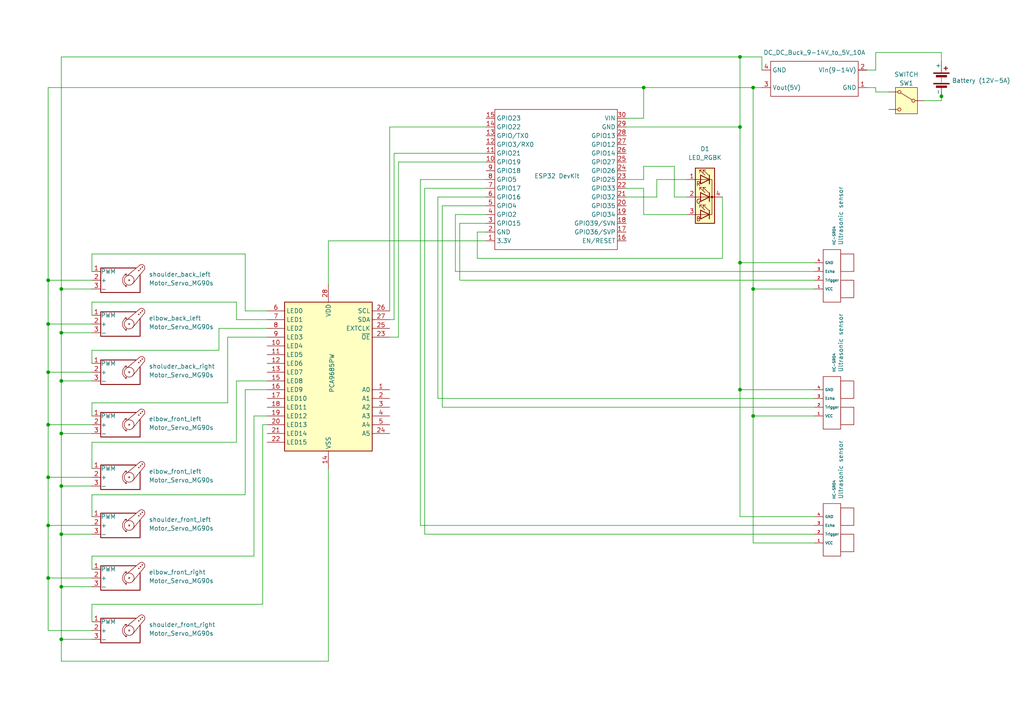
<source format=kicad_sch>
(kicad_sch (version 20250114) (generator "eeschema") (generator_version "9.0")
  (paper "A4")
  (lib_symbols
    (symbol "Device:Battery" (pin_numbers (hide yes)) (pin_names (offset 0))
      (property "Reference" "BT" (at 2.54 2.54 0))
      (property "Value" "Battery" (at 2.54 0 0))
      (symbol "Battery_0_1"
        (rectangle (start -2.286 1.778) (end 2.286 1.524) (fill (type outline)))
        (rectangle (start -2.286 -1.27) (end 2.286 -1.524) (fill (type outline)))
        (rectangle (start -1.524 1.016) (end 1.524 0.508) (fill (type outline)))
        (rectangle (start -1.524 -2.032) (end 1.524 -2.54) (fill (type outline)))
        (polyline (pts (xy 0 1.778) (xy 0 2.54)))
        (polyline (pts (xy 0 0) (xy 0 0.254)))
        (polyline (pts (xy 0 -0.508) (xy 0 -0.254)))
        (polyline (pts (xy 0 -1.016) (xy 0 -0.762)))
        (polyline (pts (xy 0.762 3.048) (xy 1.778 3.048)) (stroke (width 0.254)))
        (polyline (pts (xy 1.27 3.556) (xy 1.27 2.54)) (stroke (width 0.254)))
      )
      (symbol "Battery_1_1"
        (pin passive line (at 0 5.08 270) (length 2.54) (name "+") (number "1"))
        (pin passive line (at 0 -5.08 90) (length 2.54) (name "-") (number "2"))
      )
    )
    (symbol "Device:LED_RGBK" (pin_names (offset 0) (hide yes))
      (property "Reference" "D" (at 0 9.398 0))
      (property "Value" "LED_RGBK" (at 0 -8.89 0))
      (symbol "LED_RGBK_0_0"
        (text "R" (at 1.905 3.81 0) (effects (font (size 1.27 1.27))))
        (text "G" (at 1.905 -1.27 0) (effects (font (size 1.27 1.27))))
        (text "B" (at 1.905 -6.35 0) (effects (font (size 1.27 1.27))))
      )
      (symbol "LED_RGBK_0_1"
        (circle (center -2.032 0) (radius 0.254) (fill (type outline)))
        (polyline (pts (xy -1.27 6.35) (xy -1.27 3.81)) (stroke (width 0.254)))
        (polyline (pts (xy -1.27 6.35) (xy -1.27 3.81) (xy -1.27 3.81)))
        (polyline (pts (xy -1.27 5.08) (xy 1.27 5.08)))
        (polyline (pts (xy -1.27 5.08) (xy -2.032 5.08) (xy -2.032 -5.08) (xy -1.016 -5.08)))
        (polyline (pts (xy -1.27 1.27) (xy -1.27 -1.27)) (stroke (width 0.254)))
        (polyline (pts (xy -1.27 1.27) (xy -1.27 -1.27) (xy -1.27 -1.27)))
        (polyline (pts (xy -1.27 0) (xy -2.54 0)))
        (polyline (pts (xy -1.27 -3.81) (xy -1.27 -6.35)) (stroke (width 0.254)))
        (polyline (pts (xy -1.27 -5.08) (xy 1.27 -5.08)))
        (polyline (pts (xy -1.016 6.35) (xy 0.508 7.874) (xy -0.254 7.874) (xy 0.508 7.874) (xy 0.508 7.112)))
        (polyline (pts (xy -1.016 1.27) (xy 0.508 2.794) (xy -0.254 2.794) (xy 0.508 2.794) (xy 0.508 2.032)))
        (polyline (pts (xy -1.016 -3.81) (xy 0.508 -2.286) (xy -0.254 -2.286) (xy 0.508 -2.286) (xy 0.508 -3.048)))
        (polyline (pts (xy 0 6.35) (xy 1.524 7.874) (xy 0.762 7.874) (xy 1.524 7.874) (xy 1.524 7.112)))
        (polyline (pts (xy 0 1.27) (xy 1.524 2.794) (xy 0.762 2.794) (xy 1.524 2.794) (xy 1.524 2.032)))
        (polyline (pts (xy 0 -3.81) (xy 1.524 -2.286) (xy 0.762 -2.286) (xy 1.524 -2.286) (xy 1.524 -3.048)))
        (polyline (pts (xy 1.27 6.35) (xy 1.27 3.81) (xy -1.27 5.08) (xy 1.27 6.35)) (stroke (width 0.254)))
        (rectangle (start 1.27 6.35) (end 1.27 6.35))
        (polyline (pts (xy 1.27 5.08) (xy 2.54 5.08)))
        (rectangle (start 1.27 3.81) (end 1.27 6.35))
        (polyline (pts (xy 1.27 1.27) (xy 1.27 -1.27) (xy -1.27 0) (xy 1.27 1.27)) (stroke (width 0.254)))
        (rectangle (start 1.27 1.27) (end 1.27 1.27))
        (polyline (pts (xy 1.27 0) (xy -1.27 0)))
        (polyline (pts (xy 1.27 0) (xy 2.54 0)))
        (rectangle (start 1.27 -1.27) (end 1.27 1.27))
        (polyline (pts (xy 1.27 -3.81) (xy 1.27 -6.35) (xy -1.27 -5.08) (xy 1.27 -3.81)) (stroke (width 0.254)))
        (polyline (pts (xy 1.27 -5.08) (xy 2.54 -5.08)))
        (rectangle (start 2.794 8.382) (end -2.794 -7.62) (stroke (width 0.254)) (fill (type background)))
      )
      (symbol "LED_RGBK_1_1"
        (pin passive line (at -5.08 0 0) (length 2.54) (name "K") (number "4"))
        (pin passive line (at 5.08 5.08 180) (length 2.54) (name "RA") (number "1"))
        (pin passive line (at 5.08 0 180) (length 2.54) (name "GA") (number "2"))
        (pin passive line (at 5.08 -5.08 180) (length 2.54) (name "BA") (number "3"))
      )
    )
    (symbol "Driver_LED:PCA9685PW"
      (property "Reference" "U" (at -12.7 22.225 0))
      (property "Value" "PCA9685PW" (at 1.27 22.225 0))
      (symbol "PCA9685PW_0_1"
        (rectangle (start -12.7 20.32) (end 12.7 -22.86) (stroke (width 0.254)) (fill (type background)))
      )
      (symbol "PCA9685PW_1_1"
        (pin input line (at -17.78 17.78 0) (length 5.08) (name "SCL") (number "26"))
        (pin bidirectional line (at -17.78 15.24 0) (length 5.08) (name "SDA") (number "27"))
        (pin input line (at -17.78 12.7 0) (length 5.08) (name "EXTCLK") (number "25"))
        (pin input line (at -17.78 10.16 0) (length 5.08) (name "~{OE}") (number "23"))
        (pin input line (at -17.78 -5.08 0) (length 5.08) (name "A0") (number "1"))
        (pin input line (at -17.78 -7.62 0) (length 5.08) (name "A1") (number "2"))
        (pin input line (at -17.78 -10.16 0) (length 5.08) (name "A2") (number "3"))
        (pin input line (at -17.78 -12.7 0) (length 5.08) (name "A3") (number "4"))
        (pin input line (at -17.78 -15.24 0) (length 5.08) (name "A4") (number "5"))
        (pin input line (at -17.78 -17.78 0) (length 5.08) (name "A5") (number "24"))
        (pin power_in line (at 0 25.4 270) (length 5.08) (name "VDD") (number "28"))
        (pin power_in line (at 0 -27.94 90) (length 5.08) (name "VSS") (number "14"))
        (pin output line (at 17.78 17.78 180) (length 5.08) (name "LED0") (number "6"))
        (pin output line (at 17.78 15.24 180) (length 5.08) (name "LED1") (number "7"))
        (pin output line (at 17.78 12.7 180) (length 5.08) (name "LED2") (number "8"))
        (pin output line (at 17.78 10.16 180) (length 5.08) (name "LED3") (number "9"))
        (pin output line (at 17.78 7.62 180) (length 5.08) (name "LED4") (number "10"))
        (pin output line (at 17.78 5.08 180) (length 5.08) (name "LED5") (number "11"))
        (pin output line (at 17.78 2.54 180) (length 5.08) (name "LED6") (number "12"))
        (pin output line (at 17.78 0 180) (length 5.08) (name "LED7") (number "13"))
        (pin output line (at 17.78 -2.54 180) (length 5.08) (name "LED8") (number "15"))
        (pin output line (at 17.78 -5.08 180) (length 5.08) (name "LED9") (number "16"))
        (pin output line (at 17.78 -7.62 180) (length 5.08) (name "LED10") (number "17"))
        (pin output line (at 17.78 -10.16 180) (length 5.08) (name "LED11") (number "18"))
        (pin output line (at 17.78 -12.7 180) (length 5.08) (name "LED12") (number "19"))
        (pin output line (at 17.78 -15.24 180) (length 5.08) (name "LED13") (number "20"))
        (pin output line (at 17.78 -17.78 180) (length 5.08) (name "LED14") (number "21"))
        (pin output line (at 17.78 -20.32 180) (length 5.08) (name "LED15") (number "22"))
      )
    )
    (symbol "Motor:Motor_Servo" (pin_names (offset 0.0254))
      (property "Reference" "M" (at -5.08 4.445 0))
      (property "Value" "Motor_Servo" (at -5.08 -4.064 0))
      (symbol "Motor_Servo_0_1"
        (polyline (pts (xy 2.413 1.778) (xy 1.905 1.778)))
        (polyline (pts (xy 2.413 1.778) (xy 2.286 1.397)))
        (polyline (pts (xy 2.413 -1.778) (xy 2.032 -1.778)))
        (polyline (pts (xy 2.413 -1.778) (xy 2.286 -1.397)))
        (arc (start 2.413 -1.778) (mid 1.2406 0) (end 2.413 1.778))
        (circle (center 3.175 0) (radius 0.1778))
        (circle (center 3.175 0) (radius 1.4224))
        (polyline (pts (xy 5.08 3.556) (xy -5.08 3.556) (xy -5.08 -3.556) (xy 6.35 -3.556) (xy 6.35 1.524)) (stroke (width 0.254)))
        (circle (center 5.969 2.794) (radius 0.127))
        (polyline (pts (xy 6.35 4.445) (xy 2.54 1.27)))
        (circle (center 6.477 3.302) (radius 0.127))
        (arc (start 6.35 4.445) (mid 7.4487 4.2737) (end 7.62 3.175))
        (circle (center 6.985 3.81) (radius 0.127))
        (polyline (pts (xy 7.62 3.175) (xy 4.191 -1.016)))
      )
      (symbol "Motor_Servo_1_1"
        (pin passive line (at -7.62 2.54 0) (length 2.54) (name "PWM") (number "1"))
        (pin passive line (at -7.62 0 0) (length 2.54) (name "+") (number "2"))
        (pin passive line (at -7.62 -2.54 0) (length 2.54) (name "-") (number "3"))
      )
    )
    (symbol "Switch:SW_Nidec_CAS-120A1" (pin_numbers (hide yes)) (pin_names (offset 1) (hide yes))
      (property "Reference" "SW" (at 0 4.318 0))
      (property "Value" "SW_Nidec_CAS-120A1" (at 0 -5.08 0))
      (symbol "SW_Nidec_CAS-120A1_0_1"
        (circle (center -2.032 0) (radius 0.4572))
        (polyline (pts (xy -1.651 0.254) (xy 1.651 2.286)))
        (circle (center 2.032 2.54) (radius 0.4572))
        (circle (center 2.032 -2.54) (radius 0.4572))
      )
      (symbol "SW_Nidec_CAS-120A1_1_1"
        (rectangle (start -3.175 3.81) (end 3.175 -3.81) (fill (type background)))
        (pin passive line (at -5.08 0 0) (length 2.54) (name "B") (number "2"))
        (pin passive line (at 5.08 2.54 180) (length 2.54) (name "A") (number "3"))
        (pin passive line (at 5.08 -2.54 180) (length 2.54) (name "C") (number "1"))
      )
    )
    (symbol "esp32_devkit:ESP32S-WROOM"
      (symbol "ESP32S-WROOM_0_1"
        (rectangle (start -16.51 19.05) (end 19.05 -21.59))
      )
      (symbol "ESP32S-WROOM_1_1"
        (pin power_in line (at -19.05 16.51 0) (length 2.54) (name "VIN") (number "30"))
        (pin bidirectional line (at -19.05 13.97 0) (length 2.54) (name "GND") (number "29"))
        (pin bidirectional line (at -19.05 11.43 0) (length 2.54) (name "GPIO13") (number "28"))
        (pin bidirectional line (at -19.05 8.89 0) (length 2.54) (name "GPIO12") (number "27"))
        (pin bidirectional line (at -19.05 6.35 0) (length 2.54) (name "GPIO14") (number "26"))
        (pin bidirectional line (at -19.05 3.81 0) (length 2.54) (name "GPIO27") (number "25"))
        (pin bidirectional line (at -19.05 1.27 0) (length 2.54) (name "GPIO26") (number "24"))
        (pin bidirectional line (at -19.05 -1.27 0) (length 2.54) (name "GPIO25") (number "23"))
        (pin bidirectional line (at -19.05 -3.81 0) (length 2.54) (name "GPIO33") (number "22"))
        (pin bidirectional line (at -19.05 -6.35 0) (length 2.54) (name "GPIO32") (number "21"))
        (pin bidirectional line (at -19.05 -8.89 0) (length 2.54) (name "GPIO35") (number "20"))
        (pin bidirectional line (at -19.05 -11.43 0) (length 2.54) (name "GPIO34") (number "19"))
        (pin bidirectional line (at -19.05 -13.97 0) (length 2.54) (name "GPIO39/SVN") (number "18"))
        (pin bidirectional line (at -19.05 -16.51 0) (length 2.54) (name "GPIO36/SVP") (number "17"))
        (pin bidirectional line (at -19.05 -19.05 0) (length 2.54) (name "EN/RESET") (number "16"))
        (pin bidirectional line (at 21.59 16.51 180) (length 2.54) (name "GPIO23") (number "15"))
        (pin bidirectional line (at 21.59 13.97 180) (length 2.54) (name "GPIO22") (number "14"))
        (pin bidirectional line (at 21.59 11.43 180) (length 2.54) (name "GPIO/TX0") (number "13"))
        (pin bidirectional line (at 21.59 8.89 180) (length 2.54) (name "GPIO3/RX0") (number "12"))
        (pin bidirectional line (at 21.59 6.35 180) (length 2.54) (name "GPIO21") (number "11"))
        (pin bidirectional line (at 21.59 3.81 180) (length 2.54) (name "GPIO19") (number "10"))
        (pin bidirectional line (at 21.59 1.27 180) (length 2.54) (name "GPIO18") (number "9"))
        (pin bidirectional line (at 21.59 -1.27 180) (length 2.54) (name "GPIO5") (number "8"))
        (pin bidirectional line (at 21.59 -3.81 180) (length 2.54) (name "GPIO17") (number "7"))
        (pin bidirectional line (at 21.59 -6.35 180) (length 2.54) (name "GPIO16") (number "6"))
        (pin bidirectional line (at 21.59 -8.89 180) (length 2.54) (name "GPIO4") (number "5"))
        (pin bidirectional line (at 21.59 -11.43 180) (length 2.54) (name "GPIO2") (number "4"))
        (pin bidirectional line (at 21.59 -13.97 180) (length 2.54) (name "GPIO15") (number "3"))
        (pin bidirectional line (at 21.59 -16.51 180) (length 2.54) (name "GND") (number "2"))
        (pin bidirectional line (at 21.59 -19.05 180) (length 2.54) (name "3.3V") (number "1"))
      )
    )
    (symbol "hc-sr04:hc-sr04"
      (property "Reference" "U" (at 0 9.144 0))
      (symbol "hc-sr04_0_1"
        (rectangle (start -7.62 5.08) (end 7.62 0))
        (rectangle (start -6.35 0) (end -1.27 -3.81))
        (rectangle (start 1.27 0) (end 6.35 -3.81))
      )
      (symbol "hc-sr04_1_1"
        (pin power_in line (at -3.81 7.62 270) (length 2.54) (name "VCC") (number "1"))
        (pin input line (at -1.27 7.62 270) (length 2.54) (name "Trigger") (number "2"))
        (pin output line (at 1.27 7.62 270) (length 2.54) (name "Echo") (number "3"))
        (pin power_in line (at 3.81 7.62 270) (length 2.54) (name "GND") (number "4"))
      )
    )
    (symbol "voltage_reduction:DC_DC_Buck_9-14V_to_5V_10A"
      (property "Reference" "DCB" (at 0 6.35 0))
      (symbol "DC_DC_Buck_9-14V_to_5V_10A_0_1"
        (rectangle (start -12.7 5.08) (end 12.7 -5.08))
        (polyline (pts (xy -12.7 -2.54) (xy -12.7 -2.54)))
        (polyline (pts (xy 12.7 2.54) (xy 12.7 2.54)))
        (polyline (pts (xy 12.7 -2.54) (xy 15.24 -2.54)))
      )
      (symbol "DC_DC_Buck_9-14V_to_5V_10A_1_1"
        (pin power_out line (at -15.24 2.54 0) (length 2.54) (name "Vout(5V)") (number "3"))
        (pin power_out line (at -15.24 -2.54 0) (length 2.54) (name "GND") (number "4"))
        (pin power_in line (at 15.24 2.54 180) (length 2.54) (name "GND") (number "1"))
        (pin power_in line (at 15.24 -2.54 180) (length 2.54) (name "Vin(9-14V)") (number "2"))
      )
    )
  )
  (junction (at 13.97 93.98))
  (junction (at 186.69 25.4))
  (junction (at 214.63 113.03))
  (junction (at 17.78 110.49))
  (junction (at 218.44 120.65))
  (junction (at 17.78 96.52))
  (junction (at 13.97 167.64))
  (junction (at 17.78 83.82))
  (junction (at 17.78 185.42))
  (junction (at 17.78 125.73))
  (junction (at 13.97 107.95))
  (junction (at 17.78 170.18))
  (junction (at 13.97 152.4))
  (junction (at 17.78 154.94))
  (junction (at 273.05 27.94))
  (junction (at 13.97 123.19))
  (junction (at 17.78 140.97))
  (junction (at 214.63 36.83))
  (junction (at 214.63 16.51))
  (junction (at 13.97 138.43))
  (junction (at 214.63 76.2))
  (junction (at 218.44 83.82))
  (junction (at 13.97 81.28))
  (junction (at 218.44 25.4))
  (wire (pts (xy 214.63 149.86) (xy 214.63 113.03)))
  (wire (pts (xy 138.43 67.31) (xy 138.43 74.93)))
  (wire (pts (xy 236.22 113.03) (xy 214.63 113.03)))
  (wire (pts (xy 254 15.24) (xy 254 20.32)))
  (wire (pts (xy 71.12 90.17) (xy 77.47 90.17)))
  (wire (pts (xy 13.97 182.88) (xy 26.67 182.88)))
  (wire (pts (xy 13.97 107.95) (xy 26.67 107.95)))
  (wire (pts (xy 214.63 36.83) (xy 214.63 16.51)))
  (wire (pts (xy 251.46 20.32) (xy 254 20.32)))
  (wire (pts (xy 17.78 125.73) (xy 17.78 140.97)))
  (wire (pts (xy 17.78 185.42) (xy 26.67 185.42)))
  (wire (pts (xy 186.69 54.61) (xy 181.61 54.61)))
  (wire (pts (xy 254 15.24) (xy 273.05 15.24)))
  (wire (pts (xy 26.67 101.6) (xy 63.5 101.6)))
  (wire (pts (xy 17.78 110.49) (xy 17.78 125.73)))
  (wire (pts (xy 236.22 76.2) (xy 214.63 76.2)))
  (wire (pts (xy 209.55 57.15) (xy 209.55 74.93)))
  (wire (pts (xy 254 25.4) (xy 254 26.67)))
  (wire (pts (xy 199.39 57.15) (xy 195.58 57.15)))
  (wire (pts (xy 218.44 120.65) (xy 218.44 83.82)))
  (wire (pts (xy 13.97 93.98) (xy 26.67 93.98)))
  (wire (pts (xy 63.5 101.6) (xy 63.5 95.25)))
  (wire (pts (xy 73.66 120.65) (xy 77.47 120.65)))
  (wire (pts (xy 17.78 191.77) (xy 17.78 185.42)))
  (wire (pts (xy 63.5 95.25) (xy 77.47 95.25)))
  (wire (pts (xy 236.22 149.86) (xy 214.63 149.86)))
  (wire (pts (xy 13.97 81.28) (xy 13.97 25.4)))
  (wire (pts (xy 13.97 81.28) (xy 13.97 93.98)))
  (wire (pts (xy 13.97 25.4) (xy 186.69 25.4)))
  (wire (pts (xy 17.78 170.18) (xy 17.78 185.42)))
  (wire (pts (xy 218.44 25.4) (xy 220.98 25.4)))
  (wire (pts (xy 218.44 157.48) (xy 218.44 120.65)))
  (wire (pts (xy 71.12 113.03) (xy 77.47 113.03)))
  (wire (pts (xy 199.39 62.23) (xy 186.69 62.23)))
  (wire (pts (xy 95.25 191.77) (xy 17.78 191.77)))
  (wire (pts (xy 132.08 62.23) (xy 140.97 62.23)))
  (wire (pts (xy 140.97 46.99) (xy 115.57 46.99)))
  (wire (pts (xy 66.04 116.84) (xy 66.04 97.79)))
  (wire (pts (xy 17.78 154.94) (xy 17.78 170.18)))
  (wire (pts (xy 17.78 125.73) (xy 26.67 125.73)))
  (wire (pts (xy 26.67 149.86) (xy 26.67 143.51)))
  (wire (pts (xy 181.61 57.15) (xy 190.5 57.15)))
  (wire (pts (xy 236.22 152.4) (xy 121.92 152.4)))
  (wire (pts (xy 68.58 128.27) (xy 68.58 110.49)))
  (wire (pts (xy 220.98 16.51) (xy 220.98 20.32)))
  (wire (pts (xy 236.22 154.94) (xy 123.19 154.94)))
  (wire (pts (xy 236.22 118.11) (xy 128.27 118.11)))
  (wire (pts (xy 214.63 113.03) (xy 214.63 76.2)))
  (wire (pts (xy 113.03 90.17) (xy 113.03 36.83)))
  (wire (pts (xy 76.2 175.26) (xy 76.2 123.19)))
  (wire (pts (xy 186.69 54.61) (xy 186.69 62.23)))
  (wire (pts (xy 236.22 81.28) (xy 133.35 81.28)))
  (wire (pts (xy 209.55 74.93) (xy 138.43 74.93)))
  (wire (pts (xy 17.78 83.82) (xy 17.78 16.51)))
  (wire (pts (xy 127 57.15) (xy 140.97 57.15)))
  (wire (pts (xy 133.35 64.77) (xy 133.35 81.28)))
  (wire (pts (xy 13.97 167.64) (xy 26.67 167.64)))
  (wire (pts (xy 17.78 140.97) (xy 17.78 154.94)))
  (wire (pts (xy 17.78 83.82) (xy 17.78 96.52)))
  (wire (pts (xy 26.67 83.82) (xy 17.78 83.82)))
  (wire (pts (xy 140.97 69.85) (xy 95.25 69.85)))
  (wire (pts (xy 17.78 110.49) (xy 26.67 110.49)))
  (wire (pts (xy 236.22 78.74) (xy 132.08 78.74)))
  (wire (pts (xy 26.67 78.74) (xy 26.67 73.66)))
  (wire (pts (xy 127 115.57) (xy 127 57.15)))
  (wire (pts (xy 254 26.67) (xy 257.81 26.67)))
  (wire (pts (xy 17.78 154.94) (xy 26.67 154.94)))
  (wire (pts (xy 115.57 97.79) (xy 113.03 97.79)))
  (wire (pts (xy 71.12 73.66) (xy 71.12 90.17)))
  (wire (pts (xy 113.03 36.83) (xy 140.97 36.83)))
  (wire (pts (xy 17.78 16.51) (xy 214.63 16.51)))
  (wire (pts (xy 186.69 34.29) (xy 181.61 34.29)))
  (wire (pts (xy 128.27 118.11) (xy 128.27 59.69)))
  (wire (pts (xy 132.08 78.74) (xy 132.08 62.23)))
  (wire (pts (xy 17.78 140.97) (xy 26.67 140.97)))
  (wire (pts (xy 214.63 16.51) (xy 220.98 16.51)))
  (wire (pts (xy 26.67 128.27) (xy 68.58 128.27)))
  (wire (pts (xy 273.05 15.24) (xy 273.05 17.78)))
  (wire (pts (xy 121.92 152.4) (xy 121.92 52.07)))
  (wire (pts (xy 26.67 120.65) (xy 26.67 116.84)))
  (wire (pts (xy 26.67 116.84) (xy 66.04 116.84)))
  (wire (pts (xy 138.43 67.31) (xy 140.97 67.31)))
  (wire (pts (xy 133.35 64.77) (xy 140.97 64.77)))
  (wire (pts (xy 195.58 48.26) (xy 186.69 48.26)))
  (wire (pts (xy 76.2 123.19) (xy 77.47 123.19)))
  (wire (pts (xy 26.67 87.63) (xy 68.58 87.63)))
  (wire (pts (xy 17.78 96.52) (xy 26.67 96.52)))
  (wire (pts (xy 121.92 52.07) (xy 140.97 52.07)))
  (wire (pts (xy 115.57 46.99) (xy 115.57 97.79)))
  (wire (pts (xy 13.97 138.43) (xy 26.67 138.43)))
  (wire (pts (xy 114.3 92.71) (xy 114.3 44.45)))
  (wire (pts (xy 123.19 54.61) (xy 140.97 54.61)))
  (wire (pts (xy 26.67 73.66) (xy 71.12 73.66)))
  (wire (pts (xy 273.05 26.67) (xy 273.05 27.94)))
  (wire (pts (xy 236.22 115.57) (xy 127 115.57)))
  (wire (pts (xy 26.67 105.41) (xy 26.67 101.6)))
  (wire (pts (xy 251.46 25.4) (xy 254 25.4)))
  (wire (pts (xy 26.67 81.28) (xy 13.97 81.28)))
  (wire (pts (xy 26.67 175.26) (xy 76.2 175.26)))
  (wire (pts (xy 17.78 96.52) (xy 17.78 110.49)))
  (wire (pts (xy 26.67 180.34) (xy 26.67 175.26)))
  (wire (pts (xy 114.3 44.45) (xy 140.97 44.45)))
  (wire (pts (xy 13.97 152.4) (xy 13.97 167.64)))
  (wire (pts (xy 71.12 143.51) (xy 71.12 113.03)))
  (wire (pts (xy 123.19 154.94) (xy 123.19 54.61)))
  (wire (pts (xy 95.25 69.85) (xy 95.25 82.55)))
  (wire (pts (xy 66.04 97.79) (xy 77.47 97.79)))
  (wire (pts (xy 17.78 170.18) (xy 26.67 170.18)))
  (wire (pts (xy 26.67 123.19) (xy 13.97 123.19)))
  (wire (pts (xy 26.67 143.51) (xy 71.12 143.51)))
  (wire (pts (xy 236.22 83.82) (xy 218.44 83.82)))
  (wire (pts (xy 13.97 107.95) (xy 13.97 123.19)))
  (wire (pts (xy 26.67 91.44) (xy 26.67 87.63)))
  (wire (pts (xy 190.5 52.07) (xy 199.39 52.07)))
  (wire (pts (xy 68.58 87.63) (xy 68.58 92.71)))
  (wire (pts (xy 218.44 83.82) (xy 218.44 25.4)))
  (wire (pts (xy 186.69 25.4) (xy 218.44 25.4)))
  (wire (pts (xy 26.67 135.89) (xy 26.67 128.27)))
  (wire (pts (xy 181.61 52.07) (xy 186.69 52.07)))
  (wire (pts (xy 13.97 167.64) (xy 13.97 182.88)))
  (wire (pts (xy 68.58 110.49) (xy 77.47 110.49)))
  (wire (pts (xy 186.69 25.4) (xy 186.69 34.29)))
  (wire (pts (xy 190.5 57.15) (xy 190.5 52.07)))
  (wire (pts (xy 186.69 48.26) (xy 186.69 52.07)))
  (wire (pts (xy 181.61 36.83) (xy 214.63 36.83)))
  (wire (pts (xy 73.66 161.29) (xy 73.66 120.65)))
  (wire (pts (xy 128.27 59.69) (xy 140.97 59.69)))
  (wire (pts (xy 13.97 123.19) (xy 13.97 138.43)))
  (wire (pts (xy 214.63 36.83) (xy 214.63 76.2)))
  (wire (pts (xy 195.58 57.15) (xy 195.58 48.26)))
  (wire (pts (xy 13.97 138.43) (xy 13.97 152.4)))
  (wire (pts (xy 26.67 165.1) (xy 26.67 161.29)))
  (wire (pts (xy 273.05 27.94) (xy 273.05 29.21)))
  (wire (pts (xy 26.67 161.29) (xy 73.66 161.29)))
  (wire (pts (xy 236.22 120.65) (xy 218.44 120.65)))
  (wire (pts (xy 68.58 92.71) (xy 77.47 92.71)))
  (wire (pts (xy 236.22 157.48) (xy 218.44 157.48)))
  (wire (pts (xy 13.97 152.4) (xy 26.67 152.4)))
  (wire (pts (xy 13.97 93.98) (xy 13.97 107.95)))
  (wire (pts (xy 113.03 92.71) (xy 114.3 92.71)))
  (wire (pts (xy 267.97 29.21) (xy 273.05 29.21)))
  (wire (pts (xy 95.25 135.89) (xy 95.25 191.77)))
  (symbol (lib_id "Driver_LED:PCA9685PW") (at 95.25 107.95 0) (mirror y) (unit 1)
    (property "Reference" "U1" (effects (hide yes)))
    (property "Value" "PCA9685PW" (at 96.266 108.204 90))
    (property "Footprint" "Package_SO:TSSOP-28_4.4x9.7mm_P0.65mm" (effects (hide yes)))
    (property "Datasheet" "http://www.nxp.com/docs/en/data-sheet/PCA9685.pdf" (effects (hide yes)))
    (property "Description" "16-channel 12-bit PWM Fm+ I2C-bus LED controller RGBA TSSOP" (effects (hide yes)))
  )
  (symbol (lib_id "hc-sr04:hc-sr04") (at 243.84 80.01 90) (unit 1)
    (property "Reference" "HC-SR04" (at 241.935 71.12 0) (effects (font (size 0.762 0.762)) (justify left)))
    (property "Value" "Ultrasonic sensor" (at 243.8399 71.12 0) (effects (justify left)))
  )
  (symbol (lib_id "Motor:Motor_Servo") (at 34.29 123.19 0) (unit 1)
    (property "Reference" "elbow_front_left" (at 43.18 121.4868 0) (effects (justify left)))
    (property "Value" "Motor_Servo_MG90s" (at 43.18 124.0268 0) (effects (justify left)))
    (property "Datasheet" "http://forums.parallax.com/uploads/attachments/46831/74481.png" (effects (hide yes)))
    (property "Description" "Servo Motor (Futaba, HiTec, JR connector)" (effects (hide yes)))
  )
  (symbol (lib_id "Motor:Motor_Servo") (at 34.29 81.28 0) (unit 1)
    (property "Reference" "shoulder_back_left" (at 43.18 79.5768 0) (effects (justify left)))
    (property "Value" "Motor_Servo_MG90s" (at 43.18 82.1168 0) (effects (justify left)))
    (property "Datasheet" "http://forums.parallax.com/uploads/attachments/46831/74481.png" (effects (hide yes)))
    (property "Description" "Servo Motor (Futaba, HiTec, JR connector)" (effects (hide yes)))
  )
  (symbol (lib_id "Motor:Motor_Servo") (at 34.29 167.64 0) (unit 1)
    (property "Reference" "elbow_front_right" (at 43.18 165.9368 0) (effects (justify left)))
    (property "Value" "Motor_Servo_MG90s" (at 43.18 168.4768 0) (effects (justify left)))
    (property "Datasheet" "http://forums.parallax.com/uploads/attachments/46831/74481.png" (effects (hide yes)))
    (property "Description" "Servo Motor (Futaba, HiTec, JR connector)" (effects (hide yes)))
  )
  (symbol (lib_id "Switch:SW_Nidec_CAS-120A1") (at 262.89 29.21 0) (mirror y) (unit 1)
    (property "Reference" "SWITCH" (at 262.89 21.59 0))
    (property "Value" "SW1" (at 262.89 24.13 0))
    (property "Footprint" "Button_Switch_SMD:Nidec_Copal_CAS-120A" (effects (hide yes)))
    (property "Datasheet" "https://www.nidec-components.com/e/catalog/switch/cas.pdf" (effects (hide yes)))
    (property "Description" "Switch, single pole double throw" (effects (hide yes)))
  )
  (symbol (lib_id "voltage_reduction:DC_DC_Buck_9-14V_to_5V_10A") (at 236.22 22.86 0) (mirror x) (unit 1)
    (property "Reference" "DCB" (effects (hide yes)))
    (property "Value" "DC_DC_Buck_9-14V_to_5V_10A" (at 236.22 15.24 0))
  )
  (symbol (lib_id "esp32_devkit:ESP32S-WROOM") (at 162.56 50.8 0) (mirror y) (unit 1)
    (property "Reference" "U2" (effects (hide yes)))
    (property "Value" "ESP32 DevKit" (at 161.544 51.054 0))
  )
  (symbol (lib_id "Device:Battery") (at 273.05 22.86 0) (unit 1)
    (property "Reference" "BT" (effects (hide yes)))
    (property "Value" "Battery (12V-5A)" (at 276.098 23.368 0) (effects (justify left)))
    (property "Description" "Multiple-cell battery" (effects (hide yes)))
  )
  (symbol (lib_id "Device:LED_RGBK") (at 204.47 57.15 0) (mirror y) (unit 1)
    (property "Reference" "D1" (at 204.47 43.18 0))
    (property "Value" "LED_RGBK" (at 204.47 45.72 0))
    (property "Description" "RGB LED, red/green/blue/cathode" (effects (hide yes)))
  )
  (symbol (lib_id "Motor:Motor_Servo") (at 34.29 93.98 0) (unit 1)
    (property "Reference" "elbow_back_left" (at 43.18 92.2768 0) (effects (justify left)))
    (property "Value" "Motor_Servo_MG90s" (at 43.18 94.8168 0) (effects (justify left)))
    (property "Datasheet" "http://forums.parallax.com/uploads/attachments/46831/74481.png" (effects (hide yes)))
    (property "Description" "Servo Motor (Futaba, HiTec, JR connector)" (effects (hide yes)))
  )
  (symbol (lib_id "hc-sr04:hc-sr04") (at 243.84 153.67 90) (unit 1)
    (property "Reference" "HC-SR04" (at 241.935 144.78 0) (effects (font (size 0.762 0.762)) (justify left)))
    (property "Value" "Ultrasonic sensor" (at 243.8399 144.78 0) (effects (justify left)))
  )
  (symbol (lib_id "Motor:Motor_Servo") (at 34.29 107.95 0) (unit 1)
    (property "Reference" "sholuder_back_right" (at 43.18 106.2468 0) (effects (justify left)))
    (property "Value" "Motor_Servo_MG90s" (at 43.18 108.7868 0) (effects (justify left)))
    (property "Datasheet" "http://forums.parallax.com/uploads/attachments/46831/74481.png" (effects (hide yes)))
    (property "Description" "Servo Motor (Futaba, HiTec, JR connector)" (effects (hide yes)))
  )
  (symbol (lib_id "Motor:Motor_Servo") (at 34.29 182.88 0) (unit 1)
    (property "Reference" "shoulder_front_right" (at 43.18 181.1768 0) (effects (justify left)))
    (property "Value" "Motor_Servo_MG90s" (at 43.18 183.7168 0) (effects (justify left)))
    (property "Datasheet" "http://forums.parallax.com/uploads/attachments/46831/74481.png" (effects (hide yes)))
    (property "Description" "Servo Motor (Futaba, HiTec, JR connector)" (effects (hide yes)))
  )
  (symbol (lib_id "hc-sr04:hc-sr04") (at 243.84 116.84 90) (unit 1)
    (property "Reference" "HC-SR04" (at 241.935 107.95 0) (effects (font (size 0.762 0.762)) (justify left)))
    (property "Value" "Ultrasonic sensor" (at 243.8399 107.95 0) (effects (justify left)))
  )
  (symbol (lib_id "Motor:Motor_Servo") (at 34.29 152.4 0) (unit 1)
    (property "Reference" "shoulder_front_left" (at 43.18 150.6968 0) (effects (justify left)))
    (property "Value" "Motor_Servo_MG90s" (at 43.18 153.2368 0) (effects (justify left)))
    (property "Datasheet" "http://forums.parallax.com/uploads/attachments/46831/74481.png" (effects (hide yes)))
    (property "Description" "Servo Motor (Futaba, HiTec, JR connector)" (effects (hide yes)))
  )
  (symbol (lib_id "Motor:Motor_Servo") (at 34.29 138.43 0) (unit 1)
    (property "Reference" "elbow_front_left" (at 43.18 136.7268 0) (effects (justify left)))
    (property "Value" "Motor_Servo_MG90s" (at 43.18 139.2668 0) (effects (justify left)))
    (property "Datasheet" "http://forums.parallax.com/uploads/attachments/46831/74481.png" (effects (hide yes)))
    (property "Description" "Servo Motor (Futaba, HiTec, JR connector)" (effects (hide yes)))
  )
)
</source>
